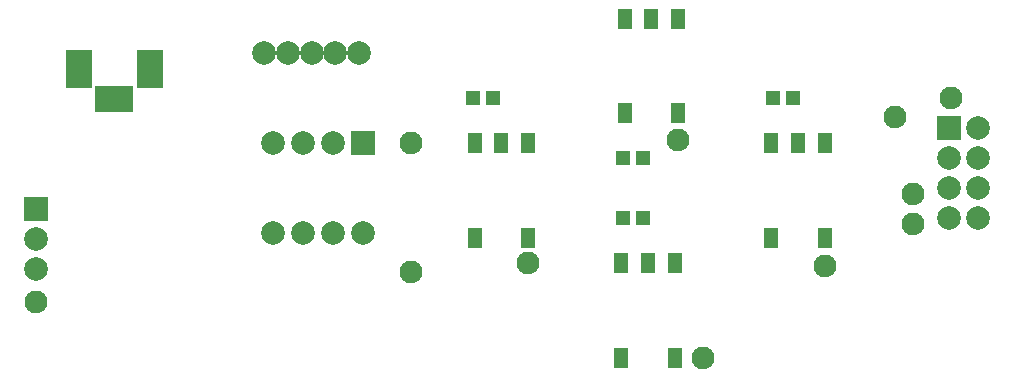
<source format=gts>
G04*
G04 #@! TF.GenerationSoftware,Altium Limited,Altium Designer,18.1.9 (240)*
G04*
G04 Layer_Color=8388736*
%FSLAX25Y25*%
%MOIN*%
G70*
G01*
G75*
%ADD14R,0.04737X0.06706*%
%ADD15R,0.05131X0.04737*%
%ADD16R,0.07887X0.07887*%
%ADD17C,0.07887*%
%ADD18R,0.08674X0.12611*%
%ADD19R,0.12611X0.08674*%
%ADD20C,0.07600*%
D14*
X175000Y80000D02*
D03*
X157283D02*
D03*
Y48504D02*
D03*
X175000D02*
D03*
X166142Y80000D02*
D03*
X223858Y40000D02*
D03*
X206142D02*
D03*
Y8504D02*
D03*
X223858D02*
D03*
X215000Y40000D02*
D03*
X273858Y80000D02*
D03*
X256142D02*
D03*
Y48504D02*
D03*
X273858D02*
D03*
X265000Y80000D02*
D03*
X225000Y121496D02*
D03*
X207283D02*
D03*
Y90000D02*
D03*
X225000D02*
D03*
X216142Y121496D02*
D03*
D15*
X213347Y55000D02*
D03*
X206653D02*
D03*
X163347Y95000D02*
D03*
X156653D02*
D03*
X263347D02*
D03*
X256653D02*
D03*
X213347Y75000D02*
D03*
X206653D02*
D03*
D16*
X11000Y58000D02*
D03*
X315472Y85039D02*
D03*
X120000Y80000D02*
D03*
D17*
X11000Y48000D02*
D03*
Y38000D02*
D03*
X95000Y110000D02*
D03*
X87126D02*
D03*
X102874D02*
D03*
X110748D02*
D03*
X118622D02*
D03*
X324961Y65039D02*
D03*
Y55039D02*
D03*
Y75039D02*
D03*
Y85039D02*
D03*
X315472Y75039D02*
D03*
Y55039D02*
D03*
Y65039D02*
D03*
X90000Y50000D02*
D03*
X100000D02*
D03*
X110000D02*
D03*
X120000D02*
D03*
X90000Y80000D02*
D03*
X100000D02*
D03*
X110000D02*
D03*
D18*
X48937Y104685D02*
D03*
X25315D02*
D03*
D19*
X37087Y94803D02*
D03*
D20*
X297500Y88600D02*
D03*
X303433Y63000D02*
D03*
X316000Y95000D02*
D03*
X136000Y80000D02*
D03*
Y37000D02*
D03*
X233504Y8504D02*
D03*
X225000Y81000D02*
D03*
X273858Y39142D02*
D03*
X303433Y53000D02*
D03*
X11000Y27000D02*
D03*
X175000Y40000D02*
D03*
M02*

</source>
